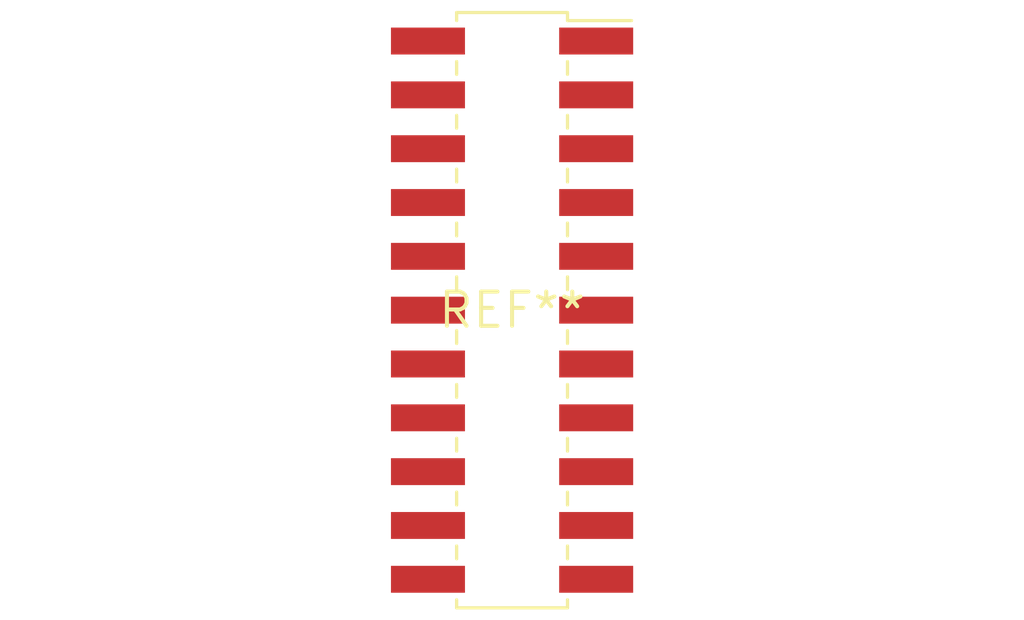
<source format=kicad_pcb>
(kicad_pcb (version 20240108) (generator pcbnew)
  (layers (0 "F.Cu" signal) (31 "B.Cu" signal) (34 "B.Paste" user) (35 "F.Paste" user) (36 "B.SilkS" user "B.Silkscreen") (37 "F.SilkS" user "F.Silkscreen") (38 "B.Mask" user) (39 "F.Mask" user) (44 "Edge.Cuts" user))
  (net 0 "")
  (footprint "PinSocket_2x11_P2.00mm_Vertical_SMD" (layer "F.Cu") (at 0 0)
    (property "Reference" "REF**")
    (property "Value" "PinSocket_2x11_P2.00mm_Vertical_SMD")
    (fp_line (start -2.06 -11.06) (end -2.06 -10.76) (layer "F.SilkS") (stroke (width 0.12)))
    (fp_line (start -2.06 -11.06) (end 2.06 -11.06) (layer "F.SilkS") (stroke (width 0.12)))
    (fp_line (start -2.06 -9.24) (end -2.06 -8.76) (layer "F.SilkS") (stroke (width 0.12)))
    (fp_line (start -2.06 -7.24) (end -2.06 -6.76) (layer "F.SilkS") (stroke (width 0.12)))
    (fp_line (start -2.06 -5.24) (end -2.06 -4.76) (layer "F.SilkS") (stroke (width 0.12)))
    (fp_line (start -2.06 -3.24) (end -2.06 -2.76) (layer "F.SilkS") (stroke (width 0.12)))
    (fp_line (start -2.06 -1.24) (end -2.06 -0.76) (layer "F.SilkS") (stroke (width 0.12)))
    (fp_line (start -2.06 0.76) (end -2.06 1.24) (layer "F.SilkS") (stroke (width 0.12)))
    (fp_line (start -2.06 2.76) (end -2.06 3.24) (layer "F.SilkS") (stroke (width 0.12)))
    (fp_line (start -2.06 4.76) (end -2.06 5.24) (layer "F.SilkS") (stroke (width 0.12)))
    (fp_line (start -2.06 6.76) (end -2.06 7.24) (layer "F.SilkS") (stroke (width 0.12)))
    (fp_line (start -2.06 8.76) (end -2.06 9.24) (layer "F.SilkS") (stroke (width 0.12)))
    (fp_line (start -2.06 10.76) (end -2.06 11.06) (layer "F.SilkS") (stroke (width 0.12)))
    (fp_line (start -2.06 11.06) (end 2.06 11.06) (layer "F.SilkS") (stroke (width 0.12)))
    (fp_line (start 2.06 -11.06) (end 2.06 -10.76) (layer "F.SilkS") (stroke (width 0.12)))
    (fp_line (start 2.06 -10.76) (end 4.44 -10.76) (layer "F.SilkS") (stroke (width 0.12)))
    (fp_line (start 2.06 -9.24) (end 2.06 -8.76) (layer "F.SilkS") (stroke (width 0.12)))
    (fp_line (start 2.06 -7.24) (end 2.06 -6.76) (layer "F.SilkS") (stroke (width 0.12)))
    (fp_line (start 2.06 -5.24) (end 2.06 -4.76) (layer "F.SilkS") (stroke (width 0.12)))
    (fp_line (start 2.06 -3.24) (end 2.06 -2.76) (layer "F.SilkS") (stroke (width 0.12)))
    (fp_line (start 2.06 -1.24) (end 2.06 -0.76) (layer "F.SilkS") (stroke (width 0.12)))
    (fp_line (start 2.06 0.76) (end 2.06 1.24) (layer "F.SilkS") (stroke (width 0.12)))
    (fp_line (start 2.06 2.76) (end 2.06 3.24) (layer "F.SilkS") (stroke (width 0.12)))
    (fp_line (start 2.06 4.76) (end 2.06 5.24) (layer "F.SilkS") (stroke (width 0.12)))
    (fp_line (start 2.06 6.76) (end 2.06 7.24) (layer "F.SilkS") (stroke (width 0.12)))
    (fp_line (start 2.06 8.76) (end 2.06 9.24) (layer "F.SilkS") (stroke (width 0.12)))
    (fp_line (start 2.06 10.76) (end 2.06 11.06) (layer "F.SilkS") (stroke (width 0.12)))
    (pad "1" smd rect (at 3.125 -10) (size 2.75 1) (layers "F.Cu" "F.Paste" "F.Mask"))
    (pad "2" smd rect (at -3.125 -10) (size 2.75 1) (layers "F.Cu" "F.Paste" "F.Mask"))
    (pad "3" smd rect (at 3.125 -8) (size 2.75 1) (layers "F.Cu" "F.Paste" "F.Mask"))
    (pad "4" smd rect (at -3.125 -8) (size 2.75 1) (layers "F.Cu" "F.Paste" "F.Mask"))
    (pad "5" smd rect (at 3.125 -6) (size 2.75 1) (layers "F.Cu" "F.Paste" "F.Mask"))
    (pad "6" smd rect (at -3.125 -6) (size 2.75 1) (layers "F.Cu" "F.Paste" "F.Mask"))
    (pad "7" smd rect (at 3.125 -4) (size 2.75 1) (layers "F.Cu" "F.Paste" "F.Mask"))
    (pad "8" smd rect (at -3.125 -4) (size 2.75 1) (layers "F.Cu" "F.Paste" "F.Mask"))
    (pad "9" smd rect (at 3.125 -2) (size 2.75 1) (layers "F.Cu" "F.Paste" "F.Mask"))
    (pad "10" smd rect (at -3.125 -2) (size 2.75 1) (layers "F.Cu" "F.Paste" "F.Mask"))
    (pad "11" smd rect (at 3.125 0) (size 2.75 1) (layers "F.Cu" "F.Paste" "F.Mask"))
    (pad "12" smd rect (at -3.125 0) (size 2.75 1) (layers "F.Cu" "F.Paste" "F.Mask"))
    (pad "13" smd rect (at 3.125 2) (size 2.75 1) (layers "F.Cu" "F.Paste" "F.Mask"))
    (pad "14" smd rect (at -3.125 2) (size 2.75 1) (layers "F.Cu" "F.Paste" "F.Mask"))
    (pad "15" smd rect (at 3.125 4) (size 2.75 1) (layers "F.Cu" "F.Paste" "F.Mask"))
    (pad "16" smd rect (at -3.125 4) (size 2.75 1) (layers "F.Cu" "F.Paste" "F.Mask"))
    (pad "17" smd rect (at 3.125 6) (size 2.75 1) (layers "F.Cu" "F.Paste" "F.Mask"))
    (pad "18" smd rect (at -3.125 6) (size 2.75 1) (layers "F.Cu" "F.Paste" "F.Mask"))
    (pad "19" smd rect (at 3.125 8) (size 2.75 1) (layers "F.Cu" "F.Paste" "F.Mask"))
    (pad "20" smd rect (at -3.125 8) (size 2.75 1) (layers "F.Cu" "F.Paste" "F.Mask"))
    (pad "21" smd rect (at 3.125 10) (size 2.75 1) (layers "F.Cu" "F.Paste" "F.Mask"))
    (pad "22" smd rect (at -3.125 10) (size 2.75 1) (layers "F.Cu" "F.Paste" "F.Mask"))
  )
)
</source>
